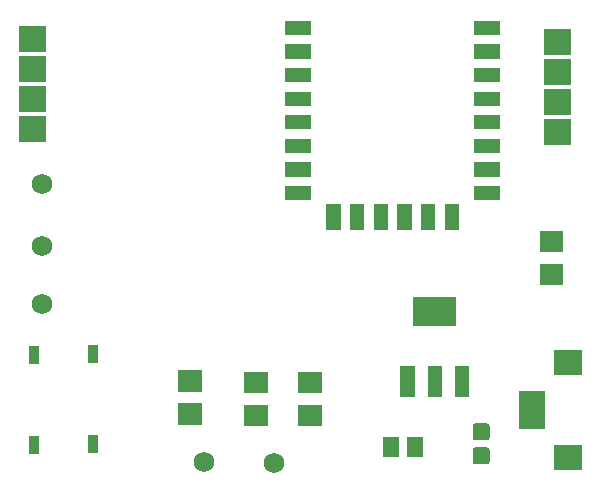
<source format=gts>
G04 Layer: TopSolderMaskLayer*
G04 EasyEDA v6.4.25, 2021-10-08T18:06:41+02:00*
G04 037b28f00f454e67816ab17afa83080b,1cac1e5aea054b3a93835a94b3064acf,10*
G04 Gerber Generator version 0.2*
G04 Scale: 100 percent, Rotated: No, Reflected: No *
G04 Dimensions in millimeters *
G04 leading zeros omitted , absolute positions ,4 integer and 5 decimal *
%FSLAX45Y45*%
%MOMM*%

%ADD27R,0.8636X1.6256*%
%ADD37C,1.7272*%

%LPD*%
D27*
G01*
X1536700Y4826000D03*
G01*
X1536700Y5588000D03*
G01*
X1041400Y4813300D03*
G01*
X1041400Y5575300D03*
G36*
X916939Y7381239D02*
G01*
X916939Y7604760D01*
X1140460Y7604760D01*
X1140460Y7381239D01*
G37*
G36*
X916939Y7635239D02*
G01*
X916939Y7858760D01*
X1140460Y7858760D01*
X1140460Y7635239D01*
G37*
G36*
X916939Y7889239D02*
G01*
X916939Y8112760D01*
X1140460Y8112760D01*
X1140460Y7889239D01*
G37*
G36*
X916939Y8143239D02*
G01*
X916939Y8366760D01*
X1140460Y8366760D01*
X1140460Y8143239D01*
G37*
G36*
X4780025Y4653279D02*
G01*
X4777231Y4653534D01*
X4774184Y4654042D01*
X4771136Y4655057D01*
X4768595Y4656073D01*
X4765802Y4657852D01*
X4763515Y4659629D01*
X4761229Y4661915D01*
X4759452Y4664202D01*
X4757674Y4666995D01*
X4756658Y4669536D01*
X4755641Y4672584D01*
X4755134Y4675631D01*
X4754879Y4678426D01*
X4754879Y4770373D01*
X4755134Y4773168D01*
X4755641Y4776215D01*
X4756658Y4779263D01*
X4757674Y4781804D01*
X4759452Y4784597D01*
X4761229Y4786884D01*
X4763515Y4789170D01*
X4765802Y4790947D01*
X4768595Y4792726D01*
X4771136Y4793742D01*
X4774184Y4794757D01*
X4777231Y4795265D01*
X4780025Y4795520D01*
X4871974Y4795520D01*
X4874768Y4795265D01*
X4877815Y4794757D01*
X4880863Y4793742D01*
X4883404Y4792726D01*
X4886197Y4790947D01*
X4888484Y4789170D01*
X4890770Y4786884D01*
X4892547Y4784597D01*
X4894325Y4781804D01*
X4895341Y4779263D01*
X4896358Y4776215D01*
X4896865Y4773168D01*
X4897120Y4770373D01*
X4897120Y4678426D01*
X4896865Y4675631D01*
X4896358Y4672584D01*
X4895341Y4669536D01*
X4894325Y4666995D01*
X4892547Y4664202D01*
X4890770Y4661915D01*
X4888484Y4659629D01*
X4886197Y4657852D01*
X4883404Y4656073D01*
X4880863Y4655057D01*
X4877815Y4654042D01*
X4874768Y4653534D01*
X4871974Y4653279D01*
G37*
G36*
X4780025Y4856479D02*
G01*
X4777231Y4856734D01*
X4774184Y4857242D01*
X4771136Y4858257D01*
X4768595Y4859273D01*
X4765802Y4861052D01*
X4763515Y4862829D01*
X4761229Y4865115D01*
X4759452Y4867402D01*
X4757674Y4870195D01*
X4756658Y4872736D01*
X4755641Y4875784D01*
X4755134Y4878831D01*
X4754879Y4881626D01*
X4754879Y4973573D01*
X4755134Y4976368D01*
X4755641Y4979415D01*
X4756658Y4982463D01*
X4757674Y4985004D01*
X4759452Y4987797D01*
X4761229Y4990084D01*
X4763515Y4992370D01*
X4765802Y4994147D01*
X4768595Y4995926D01*
X4771136Y4996942D01*
X4774184Y4997957D01*
X4777231Y4998465D01*
X4780025Y4998720D01*
X4871974Y4998720D01*
X4874768Y4998465D01*
X4877815Y4997957D01*
X4880863Y4996942D01*
X4883404Y4995926D01*
X4886197Y4994147D01*
X4888484Y4992370D01*
X4890770Y4990084D01*
X4892547Y4987797D01*
X4894325Y4985004D01*
X4895341Y4982463D01*
X4896358Y4979415D01*
X4896865Y4976368D01*
X4897120Y4973573D01*
X4897120Y4881626D01*
X4896865Y4878831D01*
X4896358Y4875784D01*
X4895341Y4872736D01*
X4894325Y4870195D01*
X4892547Y4867402D01*
X4890770Y4865115D01*
X4888484Y4862829D01*
X4886197Y4861052D01*
X4883404Y4859273D01*
X4880863Y4858257D01*
X4877815Y4857242D01*
X4874768Y4856734D01*
X4871974Y4856479D01*
G37*
G36*
X4199127Y4718050D02*
G01*
X4199127Y4883150D01*
X4335272Y4883150D01*
X4335272Y4718050D01*
G37*
G36*
X3995927Y4718050D02*
G01*
X3995927Y4883150D01*
X4132072Y4883150D01*
X4132072Y4718050D01*
G37*
G36*
X2262124Y4989829D02*
G01*
X2262124Y5170170D01*
X2462529Y5170170D01*
X2462529Y4989829D01*
G37*
G36*
X2262124Y5269229D02*
G01*
X2262124Y5449570D01*
X2462529Y5449570D01*
X2462529Y5269229D01*
G37*
G36*
X2820924Y4977129D02*
G01*
X2820924Y5157470D01*
X3021329Y5157470D01*
X3021329Y4977129D01*
G37*
G36*
X2820924Y5256529D02*
G01*
X2820924Y5436870D01*
X3021329Y5436870D01*
X3021329Y5256529D01*
G37*
G36*
X3278124Y4977129D02*
G01*
X3278124Y5157470D01*
X3478529Y5157470D01*
X3478529Y4977129D01*
G37*
G36*
X3278124Y5256529D02*
G01*
X3278124Y5436870D01*
X3478529Y5436870D01*
X3478529Y5256529D01*
G37*
G36*
X5322824Y6450329D02*
G01*
X5322824Y6630670D01*
X5523229Y6630670D01*
X5523229Y6450329D01*
G37*
G36*
X5322824Y6170929D02*
G01*
X5322824Y6351270D01*
X5523229Y6351270D01*
X5523229Y6170929D01*
G37*
G36*
X4142231Y5224526D02*
G01*
X4142231Y5484621D01*
X4262374Y5484621D01*
X4262374Y5224526D01*
G37*
G36*
X4372102Y5224526D02*
G01*
X4372102Y5484621D01*
X4492497Y5484621D01*
X4492497Y5224526D01*
G37*
G36*
X4602225Y5224526D02*
G01*
X4602225Y5484621D01*
X4722368Y5484621D01*
X4722368Y5224526D01*
G37*
G36*
X4247134Y5826505D02*
G01*
X4247134Y6070600D01*
X4617465Y6070600D01*
X4617465Y5826505D01*
G37*
G36*
X3166363Y8288273D02*
G01*
X3166363Y8408670D01*
X3386836Y8408670D01*
X3386836Y8288273D01*
G37*
G36*
X3166363Y8088376D02*
G01*
X3166363Y8208518D01*
X3386836Y8208518D01*
X3386836Y8088376D01*
G37*
G36*
X3166363Y7888478D02*
G01*
X3166363Y8008620D01*
X3386836Y8008620D01*
X3386836Y7888478D01*
G37*
G36*
X3166363Y7688326D02*
G01*
X3166363Y7808721D01*
X3386836Y7808721D01*
X3386836Y7688326D01*
G37*
G36*
X3166363Y7488173D02*
G01*
X3166363Y7608570D01*
X3386836Y7608570D01*
X3386836Y7488173D01*
G37*
G36*
X3166363Y7288276D02*
G01*
X3166363Y7408671D01*
X3386836Y7408671D01*
X3386836Y7288276D01*
G37*
G36*
X3166363Y7088378D02*
G01*
X3166363Y7208773D01*
X3386836Y7208773D01*
X3386836Y7088378D01*
G37*
G36*
X3166618Y6888226D02*
G01*
X3166618Y7008621D01*
X3386836Y7008621D01*
X3386836Y6888226D01*
G37*
G36*
X3516629Y6638289D02*
G01*
X3516629Y6858508D01*
X3637025Y6858508D01*
X3637025Y6638289D01*
G37*
G36*
X3716527Y6638289D02*
G01*
X3716527Y6858762D01*
X3836670Y6858762D01*
X3836670Y6638289D01*
G37*
G36*
X3916172Y6638289D02*
G01*
X3916172Y6858508D01*
X4036568Y6858508D01*
X4036568Y6638289D01*
G37*
G36*
X4116324Y6638289D02*
G01*
X4116324Y6858508D01*
X4236720Y6858508D01*
X4236720Y6638289D01*
G37*
G36*
X4316222Y6638289D02*
G01*
X4316222Y6858508D01*
X4436618Y6858508D01*
X4436618Y6638289D01*
G37*
G36*
X4516374Y6638289D02*
G01*
X4516374Y6858508D01*
X4636515Y6858508D01*
X4636515Y6638289D01*
G37*
G36*
X4766563Y6887718D02*
G01*
X4766563Y7008113D01*
X4986781Y7008113D01*
X4986781Y6887718D01*
G37*
G36*
X4766563Y7088123D02*
G01*
X4766563Y7208520D01*
X4987036Y7208520D01*
X4987036Y7088123D01*
G37*
G36*
X4766818Y7288021D02*
G01*
X4766818Y7408163D01*
X4987036Y7408163D01*
X4987036Y7288021D01*
G37*
G36*
X4766563Y7487920D02*
G01*
X4766563Y7608315D01*
X4987036Y7608315D01*
X4987036Y7487920D01*
G37*
G36*
X4766563Y7688071D02*
G01*
X4766563Y7808468D01*
X4987036Y7808468D01*
X4987036Y7688071D01*
G37*
G36*
X4766563Y7887970D02*
G01*
X4766563Y8008365D01*
X4987036Y8008365D01*
X4987036Y7887970D01*
G37*
G36*
X4766563Y8088121D02*
G01*
X4766563Y8208263D01*
X4987036Y8208263D01*
X4987036Y8088121D01*
G37*
G36*
X4766563Y8288020D02*
G01*
X4766563Y8408415D01*
X4987036Y8408415D01*
X4987036Y8288020D01*
G37*
G36*
X5144770Y5209794D02*
G01*
X5144770Y5275071D01*
X5365241Y5275071D01*
X5365241Y5209794D01*
G37*
G36*
X5144770Y5144770D02*
G01*
X5144770Y5210047D01*
X5365241Y5210047D01*
X5365241Y5144770D01*
G37*
G36*
X5144770Y5079745D02*
G01*
X5144770Y5145023D01*
X5365241Y5145023D01*
X5365241Y5079745D01*
G37*
G36*
X5144770Y5014721D02*
G01*
X5144770Y5080000D01*
X5365241Y5080000D01*
X5365241Y5014721D01*
G37*
G36*
X5144770Y4949697D02*
G01*
X5144770Y5014976D01*
X5365241Y5014976D01*
X5365241Y4949697D01*
G37*
G36*
X5446775Y5407152D02*
G01*
X5446775Y5617463D01*
X5677154Y5617463D01*
X5677154Y5407152D01*
G37*
G36*
X5446775Y4607305D02*
G01*
X5446775Y4817618D01*
X5677154Y4817618D01*
X5677154Y4607305D01*
G37*
G36*
X5361940Y7355839D02*
G01*
X5361940Y7579360D01*
X5585459Y7579360D01*
X5585459Y7355839D01*
G37*
G36*
X5361940Y7609839D02*
G01*
X5361940Y7833360D01*
X5585459Y7833360D01*
X5585459Y7609839D01*
G37*
G36*
X5361940Y7863839D02*
G01*
X5361940Y8087360D01*
X5585459Y8087360D01*
X5585459Y7863839D01*
G37*
G36*
X5361940Y8117839D02*
G01*
X5361940Y8341360D01*
X5585459Y8341360D01*
X5585459Y8117839D01*
G37*
D37*
G01*
X3073400Y4660900D03*
G01*
X2476500Y4673600D03*
G01*
X1104900Y6007100D03*
G01*
X1104900Y6502400D03*
G01*
X1104900Y7023100D03*
M02*

</source>
